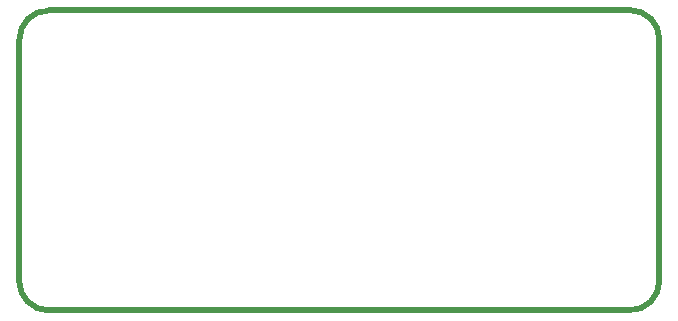
<source format=gm1>
G04*
G04 #@! TF.GenerationSoftware,Altium Limited,Altium Designer,21.4.1 (30)*
G04*
G04 Layer_Color=16711935*
%FSLAX44Y44*%
%MOMM*%
G71*
G04*
G04 #@! TF.SameCoordinates,4CB8062D-C9E7-4AB4-8A21-2F76EA793763*
G04*
G04*
G04 #@! TF.FilePolarity,Positive*
G04*
G01*
G75*
%ADD10C,0.5000*%
D10*
X735610Y292612D02*
G03*
X760610Y267612I25000J0D01*
G01*
X760713Y521690D02*
G03*
X735713Y496690I0J-25000D01*
G01*
X1252688Y267710D02*
G03*
X1277688Y292710I0J25000D01*
G01*
X1277790Y496888D02*
G03*
X1252790Y521888I-25000J0D01*
G01*
X760300Y267700D02*
X1252688D01*
X735700Y292300D02*
Y496700D01*
X760800Y521800D02*
X1251890D01*
X1277700Y292200D02*
Y495990D01*
M02*

</source>
